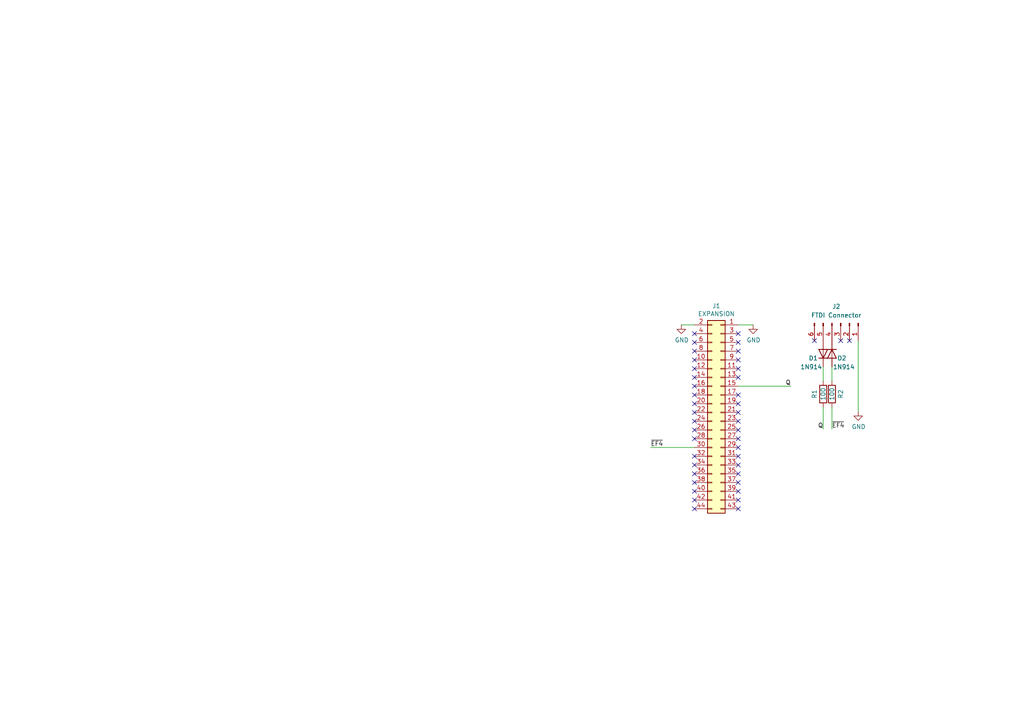
<source format=kicad_sch>
(kicad_sch (version 20230121) (generator eeschema)
  (paper "A4")
  (title_block (title "COMiX High Speed Direct Connect") (date "2023-11-10") (company "Andrew Wasson, Marcel van Tongeren, Hank Riley "))
  (lib_symbols
    (symbol "Connector:Conn_01x06_Pin" (pin_names (offset 1.016) hide)
      (property "Reference" "J" (at 0 7.62 0))
      (property "Value" "Conn_01x06_Pin" (at 0 -10.16 0))
      (symbol "Conn_01x06_Pin_1_1"
        (polyline (pts (xy 1.27 -7.62) (xy 0.8636 -7.62)) (stroke (width 0.1524)))
        (polyline (pts (xy 1.27 -5.08) (xy 0.8636 -5.08)) (stroke (width 0.1524)))
        (polyline (pts (xy 1.27 -2.54) (xy 0.8636 -2.54)) (stroke (width 0.1524)))
        (polyline (pts (xy 1.27 0) (xy 0.8636 0)) (stroke (width 0.1524)))
        (polyline (pts (xy 1.27 2.54) (xy 0.8636 2.54)) (stroke (width 0.1524)))
        (polyline (pts (xy 1.27 5.08) (xy 0.8636 5.08)) (stroke (width 0.1524)))
        (rectangle (start 0.8636 -7.493) (end 0 -7.747) (stroke (width 0.1524)) (fill (type outline)))
        (rectangle (start 0.8636 -4.953) (end 0 -5.207) (stroke (width 0.1524)) (fill (type outline)))
        (rectangle (start 0.8636 -2.413) (end 0 -2.667) (stroke (width 0.1524)) (fill (type outline)))
        (rectangle (start 0.8636 0.127) (end 0 -0.127) (stroke (width 0.1524)) (fill (type outline)))
        (rectangle (start 0.8636 2.667) (end 0 2.413) (stroke (width 0.1524)) (fill (type outline)))
        (rectangle (start 0.8636 5.207) (end 0 4.953) (stroke (width 0.1524)) (fill (type outline)))
        (pin passive line (at 5.08 5.08 180) (length 3.81) (name "Pin_1") (number "1"))
        (pin passive line (at 5.08 2.54 180) (length 3.81) (name "Pin_2") (number "2"))
        (pin passive line (at 5.08 0 180) (length 3.81) (name "Pin_3") (number "3"))
        (pin passive line (at 5.08 -2.54 180) (length 3.81) (name "Pin_4") (number "4"))
        (pin passive line (at 5.08 -5.08 180) (length 3.81) (name "Pin_5") (number "5"))
        (pin passive line (at 5.08 -7.62 180) (length 3.81) (name "Pin_6") (number "6"))
      )
    )
    (symbol "Device:R" (pin_numbers hide) (pin_names (offset 0))
      (property "Reference" "R" (at 2.032 0 90))
      (property "Value" "R" (at 0 0 90))
      (symbol "R_0_1"
        (rectangle (start -1.016 -2.54) (end 1.016 2.54) (stroke (width 0.254)))
      )
      (symbol "R_1_1"
        (pin passive line (at 0 3.81 270) (length 1.27) (name "~") (number "1"))
        (pin passive line (at 0 -3.81 90) (length 1.27) (name "~") (number "2"))
      )
    )
    (symbol "Diode:1N914" (pin_numbers hide) (pin_names hide)
      (property "Reference" "D" (at 0 2.54 0))
      (property "Value" "1N914" (at 0 -2.54 0))
      (symbol "1N914_0_1"
        (polyline (pts (xy -1.27 1.27) (xy -1.27 -1.27)) (stroke (width 0.254)))
        (polyline (pts (xy 1.27 0) (xy -1.27 0)))
        (polyline (pts (xy 1.27 1.27) (xy 1.27 -1.27) (xy -1.27 0) (xy 1.27 1.27)) (stroke (width 0.254)))
      )
      (symbol "1N914_1_1"
        (pin passive line (at -3.81 0 0) (length 2.54) (name "K") (number "1"))
        (pin passive line (at 3.81 0 180) (length 2.54) (name "A") (number "2"))
      )
    )
    (symbol "connectors:Conn_02x22_LINEAR_ALPHA" (pin_names (offset 1.016) hide)
      (property "Reference" "J1" (at 1.27 30.9118 0))
      (property "Value" "EXPANSION" (at 1.27 28.6004 0))
      (symbol "Conn_02x22_LINEAR_ALPHA_1_1"
        (rectangle (start -1.27 -27.813) (end 0 -28.067) (stroke (width 0.1524)))
        (rectangle (start -1.27 -25.273) (end 0 -25.527) (stroke (width 0.1524)))
        (rectangle (start -1.27 -22.733) (end 0 -22.987) (stroke (width 0.1524)))
        (rectangle (start -1.27 -20.193) (end 0 -20.447) (stroke (width 0.1524)))
        (rectangle (start -1.27 -17.653) (end 0 -17.907) (stroke (width 0.1524)))
        (rectangle (start -1.27 -15.113) (end 0 -15.367) (stroke (width 0.1524)))
        (rectangle (start -1.27 -12.573) (end 0 -12.827) (stroke (width 0.1524)))
        (rectangle (start -1.27 -10.033) (end 0 -10.287) (stroke (width 0.1524)))
        (rectangle (start -1.27 -7.493) (end 0 -7.747) (stroke (width 0.1524)))
        (rectangle (start -1.27 -4.953) (end 0 -5.207) (stroke (width 0.1524)))
        (rectangle (start -1.27 -2.413) (end 0 -2.667) (stroke (width 0.1524)))
        (rectangle (start -1.27 0.127) (end 0 -0.127) (stroke (width 0.1524)))
        (rectangle (start -1.27 2.667) (end 0 2.413) (stroke (width 0.1524)))
        (rectangle (start -1.27 5.207) (end 0 4.953) (stroke (width 0.1524)))
        (rectangle (start -1.27 7.747) (end 0 7.493) (stroke (width 0.1524)))
        (rectangle (start -1.27 10.287) (end 0 10.033) (stroke (width 0.1524)))
        (rectangle (start -1.27 12.827) (end 0 12.573) (stroke (width 0.1524)))
        (rectangle (start -1.27 15.367) (end 0 15.113) (stroke (width 0.1524)))
        (rectangle (start -1.27 17.907) (end 0 17.653) (stroke (width 0.1524)))
        (rectangle (start -1.27 20.447) (end 0 20.193) (stroke (width 0.1524)))
        (rectangle (start -1.27 22.987) (end 0 22.733) (stroke (width 0.1524)))
        (rectangle (start -1.27 25.527) (end 0 25.273) (stroke (width 0.1524)))
        (rectangle (start -1.27 26.67) (end 3.81 -29.21) (stroke (width 0.254)) (fill (type background)))
        (rectangle (start 3.81 -27.813) (end 2.54 -28.067) (stroke (width 0.1524)))
        (rectangle (start 3.81 -25.273) (end 2.54 -25.527) (stroke (width 0.1524)))
        (rectangle (start 3.81 -22.733) (end 2.54 -22.987) (stroke (width 0.1524)))
        (rectangle (start 3.81 -20.193) (end 2.54 -20.447) (stroke (width 0.1524)))
        (rectangle (start 3.81 -17.653) (end 2.54 -17.907) (stroke (width 0.1524)))
        (rectangle (start 3.81 -15.113) (end 2.54 -15.367) (stroke (width 0.1524)))
        (rectangle (start 3.81 -12.573) (end 2.54 -12.827) (stroke (width 0.1524)))
        (rectangle (start 3.81 -10.033) (end 2.54 -10.287) (stroke (width 0.1524)))
        (rectangle (start 3.81 -7.493) (end 2.54 -7.747) (stroke (width 0.1524)))
        (rectangle (start 3.81 -4.953) (end 2.54 -5.207) (stroke (width 0.1524)))
        (rectangle (start 3.81 -2.413) (end 2.54 -2.667) (stroke (width 0.1524)))
        (rectangle (start 3.81 0.127) (end 2.54 -0.127) (stroke (width 0.1524)))
        (rectangle (start 3.81 2.667) (end 2.54 2.413) (stroke (width 0.1524)))
        (rectangle (start 3.81 5.207) (end 2.54 4.953) (stroke (width 0.1524)))
        (rectangle (start 3.81 7.747) (end 2.54 7.493) (stroke (width 0.1524)))
        (rectangle (start 3.81 10.287) (end 2.54 10.033) (stroke (width 0.1524)))
        (rectangle (start 3.81 12.827) (end 2.54 12.573) (stroke (width 0.1524)))
        (rectangle (start 3.81 15.367) (end 2.54 15.113) (stroke (width 0.1524)))
        (rectangle (start 3.81 17.907) (end 2.54 17.653) (stroke (width 0.1524)))
        (rectangle (start 3.81 20.447) (end 2.54 20.193) (stroke (width 0.1524)))
        (rectangle (start 3.81 22.987) (end 2.54 22.733) (stroke (width 0.1524)))
        (rectangle (start 3.81 25.527) (end 2.54 25.273) (stroke (width 0.1524)))
        (pin passive line (at 7.62 25.4 180) (length 3.81) (name "pin_1") (number "1"))
        (pin passive line (at -5.08 15.24 0) (length 3.81) (name "Pin_10") (number "10"))
        (pin passive line (at 7.62 12.7 180) (length 3.81) (name "pin_11") (number "11"))
        (pin passive line (at -5.08 12.7 0) (length 3.81) (name "Pin_12") (number "12"))
        (pin passive line (at 7.62 10.16 180) (length 3.81) (name "pin_13") (number "13"))
        (pin passive line (at -5.08 10.16 0) (length 3.81) (name "Pin_14") (number "14"))
        (pin passive line (at 7.62 7.62 180) (length 3.81) (name "pin_15") (number "15"))
        (pin passive line (at -5.08 7.62 0) (length 3.81) (name "Pin_16") (number "16"))
        (pin passive line (at 7.62 5.08 180) (length 3.81) (name "pin_17") (number "17"))
        (pin passive line (at -5.08 5.08 0) (length 3.81) (name "Pin_18") (number "18"))
        (pin passive line (at 7.62 2.54 180) (length 3.81) (name "pin_19") (number "19"))
        (pin passive line (at -5.08 25.4 0) (length 3.81) (name "Pin_2") (number "2"))
        (pin passive line (at -5.08 2.54 0) (length 3.81) (name "Pin_20") (number "20"))
        (pin passive line (at 7.62 0 180) (length 3.81) (name "pin_21") (number "21"))
        (pin passive line (at -5.08 0 0) (length 3.81) (name "Pin_22") (number "22"))
        (pin passive line (at 7.62 -2.54 180) (length 3.81) (name "pin_23") (number "23"))
        (pin passive line (at -5.08 -2.54 0) (length 3.81) (name "Pin_24") (number "24"))
        (pin passive line (at 7.62 -5.08 180) (length 3.81) (name "pin_25") (number "25"))
        (pin passive line (at -5.08 -5.08 0) (length 3.81) (name "Pin_26") (number "26"))
        (pin passive line (at 7.62 -7.62 180) (length 3.81) (name "pin_27") (number "27"))
        (pin passive line (at -5.08 -7.62 0) (length 3.81) (name "Pin_28") (number "28"))
        (pin passive line (at 7.62 -10.16 180) (length 3.81) (name "pin_29") (number "29"))
        (pin passive line (at 7.62 22.86 180) (length 3.81) (name "pin_3") (number "3"))
        (pin passive line (at -5.08 -10.16 0) (length 3.81) (name "Pin_30") (number "30"))
        (pin passive line (at 7.62 -12.7 180) (length 3.81) (name "pin_31") (number "31"))
        (pin passive line (at -5.08 -12.7 0) (length 3.81) (name "Pin_32") (number "32"))
        (pin passive line (at 7.62 -15.24 180) (length 3.81) (name "pin_33") (number "33"))
        (pin passive line (at -5.08 -15.24 0) (length 3.81) (name "Pin_34") (number "34"))
        (pin passive line (at 7.62 -17.78 180) (length 3.81) (name "pin_35") (number "35"))
        (pin passive line (at -5.08 -17.78 0) (length 3.81) (name "Pin_36") (number "36"))
        (pin passive line (at 7.62 -20.32 180) (length 3.81) (name "pin_37") (number "37"))
        (pin passive line (at -5.08 -20.32 0) (length 3.81) (name "Pin_38") (number "38"))
        (pin passive line (at 7.62 -22.86 180) (length 3.81) (name "pin_39") (number "39"))
        (pin passive line (at -5.08 22.86 0) (length 3.81) (name "Pin_4") (number "4"))
        (pin passive line (at -5.08 -22.86 0) (length 3.81) (name "Pin_40") (number "40"))
        (pin passive line (at 7.62 -25.4 180) (length 3.81) (name "pin_41") (number "41"))
        (pin passive line (at -5.08 -25.4 0) (length 3.81) (name "Pin_42") (number "42"))
        (pin passive line (at 7.62 -27.94 180) (length 3.81) (name "pin_43") (number "43"))
        (pin passive line (at -5.08 -27.94 0) (length 3.81) (name "Pin_44") (number "44"))
        (pin passive line (at 7.62 20.32 180) (length 3.81) (name "pin_5") (number "5"))
        (pin passive line (at -5.08 20.32 0) (length 3.81) (name "Pin_6") (number "6"))
        (pin passive line (at 7.62 17.78 180) (length 3.81) (name "pin_7") (number "7"))
        (pin passive line (at -5.08 17.78 0) (length 3.81) (name "Pin_8") (number "8"))
        (pin passive line (at 7.62 15.24 180) (length 3.81) (name "pin_9") (number "9"))
      )
    )
    (symbol "power:GND" (power) (pin_names (offset 0))
      (property "Value" "GND" (at 0 -3.81 0))
      (symbol "GND_0_1"
        (polyline (pts (xy 0 0) (xy 0 -1.27) (xy 1.27 -1.27) (xy 0 -2.54) (xy -1.27 -1.27) (xy 0 -1.27)))
      )
      (symbol "GND_1_1"
        (pin power_in line (at 0 0 270) (length 0) hide (name "GND") (number "1"))
      )
    )
  )
  (no_connect (at 201.422 99.314))
  (no_connect (at 214.122 101.854))
  (no_connect (at 214.122 134.874))
  (no_connect (at 201.422 109.474))
  (no_connect (at 201.422 134.874))
  (no_connect (at 214.122 137.414))
  (no_connect (at 201.422 117.094))
  (no_connect (at 214.122 122.174))
  (no_connect (at 214.122 106.934))
  (no_connect (at 214.122 129.794))
  (no_connect (at 214.122 142.494))
  (no_connect (at 201.422 101.854))
  (no_connect (at 201.422 104.394))
  (no_connect (at 214.122 96.774))
  (no_connect (at 243.84 98.806))
  (no_connect (at 214.122 147.574))
  (no_connect (at 201.422 145.034))
  (no_connect (at 201.422 106.934))
  (no_connect (at 214.122 99.314))
  (no_connect (at 214.122 119.634))
  (no_connect (at 201.422 147.574))
  (no_connect (at 201.422 142.494))
  (no_connect (at 201.422 114.554))
  (no_connect (at 201.422 96.774))
  (no_connect (at 201.422 132.334))
  (no_connect (at 214.122 117.094))
  (no_connect (at 201.422 119.634))
  (no_connect (at 214.122 127.254))
  (no_connect (at 201.422 112.014))
  (no_connect (at 201.422 139.954))
  (no_connect (at 246.38 98.806))
  (no_connect (at 201.422 122.174))
  (no_connect (at 214.122 104.394))
  (no_connect (at 214.122 124.714))
  (no_connect (at 214.122 114.554))
  (no_connect (at 214.122 139.954))
  (no_connect (at 214.122 132.334))
  (no_connect (at 201.422 127.254))
  (no_connect (at 201.422 124.714))
  (no_connect (at 236.22 98.806))
  (no_connect (at 214.122 109.474))
  (no_connect (at 214.122 145.034))
  (no_connect (at 201.422 137.414))
  (wire (pts (xy 238.76 106.426) (xy 238.76 110.49)))
  (wire (pts (xy 214.122 94.234) (xy 218.44 94.234)))
  (wire (pts (xy 248.92 119.38) (xy 248.92 98.806)))
  (wire (pts (xy 214.122 112.014) (xy 229.362 112.014)))
  (wire (pts (xy 241.3 118.11) (xy 241.3 124.46)))
  (wire (pts (xy 201.422 94.234) (xy 197.612 94.234)))
  (wire (pts (xy 238.76 118.11) (xy 238.76 124.46)))
  (wire (pts (xy 241.3 106.426) (xy 241.3 110.49)))
  (wire (pts (xy 188.722 129.794) (xy 201.422 129.794)))
  (label "~{EF4}" (at 188.722 129.794 0))
  (label "Q" (at 238.76 124.46 180))
  (label "~{EF4}" (at 241.3 124.46 0))
  (label "Q" (at 229.362 112.014 180))
  (symbol (lib_id "Device:R") (at 238.76 114.3 180) (unit 1)
    (property "Reference" "R1" (at 236.22 114.3 90))
    (property "Value" "100" (at 238.76 114.3 90))
    (property "Footprint" "Resistor_THT:R_Axial_DIN0309_L9.0mm_D3.2mm_P12.70mm_Horizontal" (effects hide))
  )
  (symbol (lib_id "Device:R") (at 241.3 114.3 180) (unit 1)
    (property "Reference" "R2" (at 243.84 114.3 90))
    (property "Value" "100" (at 241.3 114.3 90))
    (property "Footprint" "Resistor_THT:R_Axial_DIN0309_L9.0mm_D3.2mm_P12.70mm_Horizontal" (effects hide))
  )
  (symbol (lib_id "connectors:Conn_02x22_LINEAR_ALPHA") (at 206.502 119.634 0) (unit 1)
    (property "Reference" "J1" (at 207.772 88.7222 0))
    (property "Value" "EXPANSION" (at 207.772 91.0336 0))
    (property "Footprint" "MyLibrary:Edge_Card_Connector_22x2" (effects hide))
    (property "Digikey" "S3316-ND" (effects hide))
  )
  (symbol (lib_id "Diode:1N914") (at 241.3 102.616 270) (unit 1)
    (property "Reference" "D2" (at 242.824 103.886 90) (effects (justify left)))
    (property "Value" "1N914" (at 241.554 106.426 90) (effects (justify left)))
    (property "Footprint" "Diode_THT:D_DO-35_SOD27_P7.62mm_Horizontal" (effects hide))
    (property "Datasheet" "http://www.vishay.com/docs/85622/1n914.pdf" (effects hide))
    (property "Sim.Device" "D" (effects hide))
    (property "Sim.Pins" "1=K 2=A" (effects hide))
  )
  (symbol (lib_id "power:GND") (at 218.44 94.234 0) (unit 1)
    (property "Reference" "#PWR01" (effects hide))
    (property "Value" "GND" (at 218.567 98.6282 0))
  )
  (symbol (lib_id "Connector:Conn_01x06_Pin") (at 243.84 93.726 270) (unit 1)
    (property "Reference" "J2" (at 242.57 88.9 90))
    (property "Value" "FTDI Connector\n" (at 242.57 91.44 90))
    (property "Footprint" "Connector_PinHeader_2.54mm:PinHeader_1x06_P2.54mm_Horizontal" (effects hide))
  )
  (symbol (lib_id "Diode:1N914") (at 238.76 102.616 90) (unit 1)
    (property "Reference" "D1" (at 237.236 103.886 90) (effects (justify left)))
    (property "Value" "1N914" (at 238.506 106.426 90) (effects (justify left)))
    (property "Footprint" "Diode_THT:D_DO-35_SOD27_P7.62mm_Horizontal" (effects hide))
    (property "Datasheet" "http://www.vishay.com/docs/85622/1n914.pdf" (effects hide))
    (property "Sim.Device" "D" (effects hide))
    (property "Sim.Pins" "1=K 2=A" (effects hide))
  )
  (symbol (lib_id "power:GND") (at 197.612 94.234 0) (unit 1)
    (property "Reference" "#PWR02" (effects hide))
    (property "Value" "GND" (at 197.739 98.6282 0))
  )
  (symbol (lib_id "power:GND") (at 248.92 119.38 0) (unit 1)
    (property "Reference" "#PWR04" (effects hide))
    (property "Value" "GND" (at 249.047 123.7742 0))
  )
)
</source>
